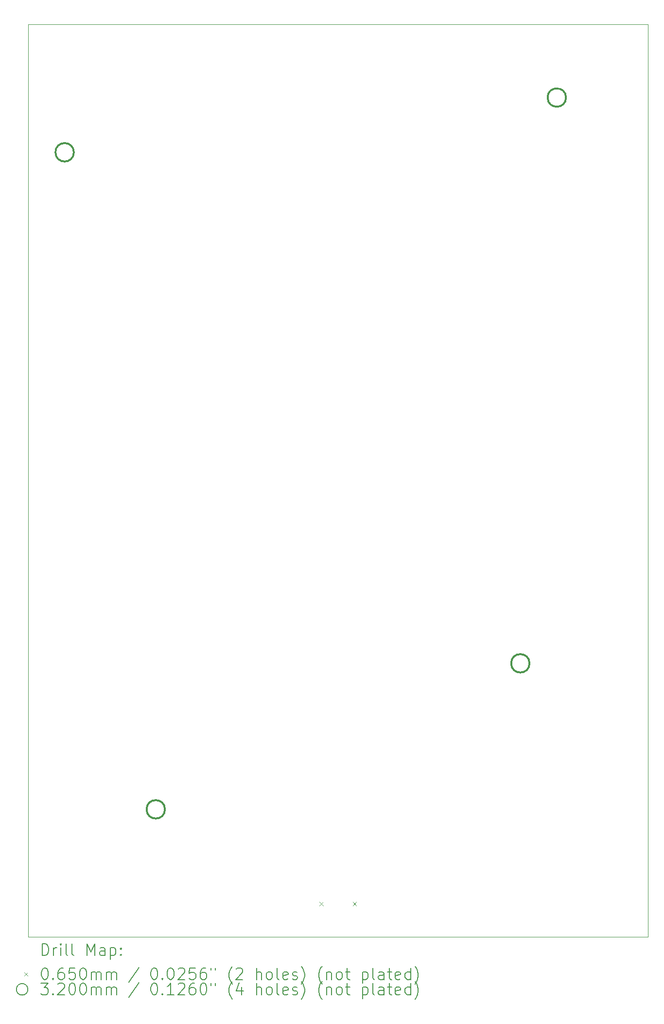
<source format=gbr>
%TF.GenerationSoftware,KiCad,Pcbnew,7.0.1*%
%TF.CreationDate,2024-01-01T11:36:50+00:00*%
%TF.ProjectId,gk,676b2e6b-6963-4616-945f-706362585858,rev?*%
%TF.SameCoordinates,Original*%
%TF.FileFunction,Drillmap*%
%TF.FilePolarity,Positive*%
%FSLAX45Y45*%
G04 Gerber Fmt 4.5, Leading zero omitted, Abs format (unit mm)*
G04 Created by KiCad (PCBNEW 7.0.1) date 2024-01-01 11:36:50*
%MOMM*%
%LPD*%
G01*
G04 APERTURE LIST*
%ADD10C,0.100000*%
%ADD11C,0.200000*%
%ADD12C,0.065000*%
%ADD13C,0.320000*%
G04 APERTURE END LIST*
D10*
X4445000Y-1905000D02*
X15240000Y-1905000D01*
X15240000Y-17780000D01*
X4445000Y-17780000D01*
X4445000Y-1905000D01*
D11*
D12*
X9521000Y-17170000D02*
X9586000Y-17235000D01*
X9586000Y-17170000D02*
X9521000Y-17235000D01*
X10099000Y-17170000D02*
X10164000Y-17235000D01*
X10164000Y-17170000D02*
X10099000Y-17235000D01*
D13*
X5240000Y-4127500D02*
G75*
G03*
X5240000Y-4127500I-160000J0D01*
G01*
X6827500Y-15557500D02*
G75*
G03*
X6827500Y-15557500I-160000J0D01*
G01*
X13177500Y-13017500D02*
G75*
G03*
X13177500Y-13017500I-160000J0D01*
G01*
X13812500Y-3175000D02*
G75*
G03*
X13812500Y-3175000I-160000J0D01*
G01*
D11*
X4687619Y-18097524D02*
X4687619Y-17897524D01*
X4687619Y-17897524D02*
X4735238Y-17897524D01*
X4735238Y-17897524D02*
X4763810Y-17907048D01*
X4763810Y-17907048D02*
X4782857Y-17926095D01*
X4782857Y-17926095D02*
X4792381Y-17945143D01*
X4792381Y-17945143D02*
X4801905Y-17983238D01*
X4801905Y-17983238D02*
X4801905Y-18011810D01*
X4801905Y-18011810D02*
X4792381Y-18049905D01*
X4792381Y-18049905D02*
X4782857Y-18068952D01*
X4782857Y-18068952D02*
X4763810Y-18088000D01*
X4763810Y-18088000D02*
X4735238Y-18097524D01*
X4735238Y-18097524D02*
X4687619Y-18097524D01*
X4887619Y-18097524D02*
X4887619Y-17964190D01*
X4887619Y-18002286D02*
X4897143Y-17983238D01*
X4897143Y-17983238D02*
X4906667Y-17973714D01*
X4906667Y-17973714D02*
X4925714Y-17964190D01*
X4925714Y-17964190D02*
X4944762Y-17964190D01*
X5011429Y-18097524D02*
X5011429Y-17964190D01*
X5011429Y-17897524D02*
X5001905Y-17907048D01*
X5001905Y-17907048D02*
X5011429Y-17916571D01*
X5011429Y-17916571D02*
X5020952Y-17907048D01*
X5020952Y-17907048D02*
X5011429Y-17897524D01*
X5011429Y-17897524D02*
X5011429Y-17916571D01*
X5135238Y-18097524D02*
X5116190Y-18088000D01*
X5116190Y-18088000D02*
X5106667Y-18068952D01*
X5106667Y-18068952D02*
X5106667Y-17897524D01*
X5240000Y-18097524D02*
X5220952Y-18088000D01*
X5220952Y-18088000D02*
X5211429Y-18068952D01*
X5211429Y-18068952D02*
X5211429Y-17897524D01*
X5468571Y-18097524D02*
X5468571Y-17897524D01*
X5468571Y-17897524D02*
X5535238Y-18040381D01*
X5535238Y-18040381D02*
X5601905Y-17897524D01*
X5601905Y-17897524D02*
X5601905Y-18097524D01*
X5782857Y-18097524D02*
X5782857Y-17992762D01*
X5782857Y-17992762D02*
X5773333Y-17973714D01*
X5773333Y-17973714D02*
X5754286Y-17964190D01*
X5754286Y-17964190D02*
X5716190Y-17964190D01*
X5716190Y-17964190D02*
X5697143Y-17973714D01*
X5782857Y-18088000D02*
X5763809Y-18097524D01*
X5763809Y-18097524D02*
X5716190Y-18097524D01*
X5716190Y-18097524D02*
X5697143Y-18088000D01*
X5697143Y-18088000D02*
X5687619Y-18068952D01*
X5687619Y-18068952D02*
X5687619Y-18049905D01*
X5687619Y-18049905D02*
X5697143Y-18030857D01*
X5697143Y-18030857D02*
X5716190Y-18021333D01*
X5716190Y-18021333D02*
X5763809Y-18021333D01*
X5763809Y-18021333D02*
X5782857Y-18011810D01*
X5878095Y-17964190D02*
X5878095Y-18164190D01*
X5878095Y-17973714D02*
X5897143Y-17964190D01*
X5897143Y-17964190D02*
X5935238Y-17964190D01*
X5935238Y-17964190D02*
X5954286Y-17973714D01*
X5954286Y-17973714D02*
X5963809Y-17983238D01*
X5963809Y-17983238D02*
X5973333Y-18002286D01*
X5973333Y-18002286D02*
X5973333Y-18059429D01*
X5973333Y-18059429D02*
X5963809Y-18078476D01*
X5963809Y-18078476D02*
X5954286Y-18088000D01*
X5954286Y-18088000D02*
X5935238Y-18097524D01*
X5935238Y-18097524D02*
X5897143Y-18097524D01*
X5897143Y-18097524D02*
X5878095Y-18088000D01*
X6059048Y-18078476D02*
X6068571Y-18088000D01*
X6068571Y-18088000D02*
X6059048Y-18097524D01*
X6059048Y-18097524D02*
X6049524Y-18088000D01*
X6049524Y-18088000D02*
X6059048Y-18078476D01*
X6059048Y-18078476D02*
X6059048Y-18097524D01*
X6059048Y-17973714D02*
X6068571Y-17983238D01*
X6068571Y-17983238D02*
X6059048Y-17992762D01*
X6059048Y-17992762D02*
X6049524Y-17983238D01*
X6049524Y-17983238D02*
X6059048Y-17973714D01*
X6059048Y-17973714D02*
X6059048Y-17992762D01*
D12*
X4375000Y-18392500D02*
X4440000Y-18457500D01*
X4440000Y-18392500D02*
X4375000Y-18457500D01*
D11*
X4725714Y-18317524D02*
X4744762Y-18317524D01*
X4744762Y-18317524D02*
X4763810Y-18327048D01*
X4763810Y-18327048D02*
X4773333Y-18336571D01*
X4773333Y-18336571D02*
X4782857Y-18355619D01*
X4782857Y-18355619D02*
X4792381Y-18393714D01*
X4792381Y-18393714D02*
X4792381Y-18441333D01*
X4792381Y-18441333D02*
X4782857Y-18479429D01*
X4782857Y-18479429D02*
X4773333Y-18498476D01*
X4773333Y-18498476D02*
X4763810Y-18508000D01*
X4763810Y-18508000D02*
X4744762Y-18517524D01*
X4744762Y-18517524D02*
X4725714Y-18517524D01*
X4725714Y-18517524D02*
X4706667Y-18508000D01*
X4706667Y-18508000D02*
X4697143Y-18498476D01*
X4697143Y-18498476D02*
X4687619Y-18479429D01*
X4687619Y-18479429D02*
X4678095Y-18441333D01*
X4678095Y-18441333D02*
X4678095Y-18393714D01*
X4678095Y-18393714D02*
X4687619Y-18355619D01*
X4687619Y-18355619D02*
X4697143Y-18336571D01*
X4697143Y-18336571D02*
X4706667Y-18327048D01*
X4706667Y-18327048D02*
X4725714Y-18317524D01*
X4878095Y-18498476D02*
X4887619Y-18508000D01*
X4887619Y-18508000D02*
X4878095Y-18517524D01*
X4878095Y-18517524D02*
X4868571Y-18508000D01*
X4868571Y-18508000D02*
X4878095Y-18498476D01*
X4878095Y-18498476D02*
X4878095Y-18517524D01*
X5059048Y-18317524D02*
X5020952Y-18317524D01*
X5020952Y-18317524D02*
X5001905Y-18327048D01*
X5001905Y-18327048D02*
X4992381Y-18336571D01*
X4992381Y-18336571D02*
X4973333Y-18365143D01*
X4973333Y-18365143D02*
X4963810Y-18403238D01*
X4963810Y-18403238D02*
X4963810Y-18479429D01*
X4963810Y-18479429D02*
X4973333Y-18498476D01*
X4973333Y-18498476D02*
X4982857Y-18508000D01*
X4982857Y-18508000D02*
X5001905Y-18517524D01*
X5001905Y-18517524D02*
X5040000Y-18517524D01*
X5040000Y-18517524D02*
X5059048Y-18508000D01*
X5059048Y-18508000D02*
X5068571Y-18498476D01*
X5068571Y-18498476D02*
X5078095Y-18479429D01*
X5078095Y-18479429D02*
X5078095Y-18431810D01*
X5078095Y-18431810D02*
X5068571Y-18412762D01*
X5068571Y-18412762D02*
X5059048Y-18403238D01*
X5059048Y-18403238D02*
X5040000Y-18393714D01*
X5040000Y-18393714D02*
X5001905Y-18393714D01*
X5001905Y-18393714D02*
X4982857Y-18403238D01*
X4982857Y-18403238D02*
X4973333Y-18412762D01*
X4973333Y-18412762D02*
X4963810Y-18431810D01*
X5259048Y-18317524D02*
X5163810Y-18317524D01*
X5163810Y-18317524D02*
X5154286Y-18412762D01*
X5154286Y-18412762D02*
X5163810Y-18403238D01*
X5163810Y-18403238D02*
X5182857Y-18393714D01*
X5182857Y-18393714D02*
X5230476Y-18393714D01*
X5230476Y-18393714D02*
X5249524Y-18403238D01*
X5249524Y-18403238D02*
X5259048Y-18412762D01*
X5259048Y-18412762D02*
X5268571Y-18431810D01*
X5268571Y-18431810D02*
X5268571Y-18479429D01*
X5268571Y-18479429D02*
X5259048Y-18498476D01*
X5259048Y-18498476D02*
X5249524Y-18508000D01*
X5249524Y-18508000D02*
X5230476Y-18517524D01*
X5230476Y-18517524D02*
X5182857Y-18517524D01*
X5182857Y-18517524D02*
X5163810Y-18508000D01*
X5163810Y-18508000D02*
X5154286Y-18498476D01*
X5392381Y-18317524D02*
X5411429Y-18317524D01*
X5411429Y-18317524D02*
X5430476Y-18327048D01*
X5430476Y-18327048D02*
X5440000Y-18336571D01*
X5440000Y-18336571D02*
X5449524Y-18355619D01*
X5449524Y-18355619D02*
X5459048Y-18393714D01*
X5459048Y-18393714D02*
X5459048Y-18441333D01*
X5459048Y-18441333D02*
X5449524Y-18479429D01*
X5449524Y-18479429D02*
X5440000Y-18498476D01*
X5440000Y-18498476D02*
X5430476Y-18508000D01*
X5430476Y-18508000D02*
X5411429Y-18517524D01*
X5411429Y-18517524D02*
X5392381Y-18517524D01*
X5392381Y-18517524D02*
X5373333Y-18508000D01*
X5373333Y-18508000D02*
X5363810Y-18498476D01*
X5363810Y-18498476D02*
X5354286Y-18479429D01*
X5354286Y-18479429D02*
X5344762Y-18441333D01*
X5344762Y-18441333D02*
X5344762Y-18393714D01*
X5344762Y-18393714D02*
X5354286Y-18355619D01*
X5354286Y-18355619D02*
X5363810Y-18336571D01*
X5363810Y-18336571D02*
X5373333Y-18327048D01*
X5373333Y-18327048D02*
X5392381Y-18317524D01*
X5544762Y-18517524D02*
X5544762Y-18384190D01*
X5544762Y-18403238D02*
X5554286Y-18393714D01*
X5554286Y-18393714D02*
X5573333Y-18384190D01*
X5573333Y-18384190D02*
X5601905Y-18384190D01*
X5601905Y-18384190D02*
X5620952Y-18393714D01*
X5620952Y-18393714D02*
X5630476Y-18412762D01*
X5630476Y-18412762D02*
X5630476Y-18517524D01*
X5630476Y-18412762D02*
X5640000Y-18393714D01*
X5640000Y-18393714D02*
X5659048Y-18384190D01*
X5659048Y-18384190D02*
X5687619Y-18384190D01*
X5687619Y-18384190D02*
X5706667Y-18393714D01*
X5706667Y-18393714D02*
X5716190Y-18412762D01*
X5716190Y-18412762D02*
X5716190Y-18517524D01*
X5811429Y-18517524D02*
X5811429Y-18384190D01*
X5811429Y-18403238D02*
X5820952Y-18393714D01*
X5820952Y-18393714D02*
X5840000Y-18384190D01*
X5840000Y-18384190D02*
X5868571Y-18384190D01*
X5868571Y-18384190D02*
X5887619Y-18393714D01*
X5887619Y-18393714D02*
X5897143Y-18412762D01*
X5897143Y-18412762D02*
X5897143Y-18517524D01*
X5897143Y-18412762D02*
X5906667Y-18393714D01*
X5906667Y-18393714D02*
X5925714Y-18384190D01*
X5925714Y-18384190D02*
X5954286Y-18384190D01*
X5954286Y-18384190D02*
X5973333Y-18393714D01*
X5973333Y-18393714D02*
X5982857Y-18412762D01*
X5982857Y-18412762D02*
X5982857Y-18517524D01*
X6373333Y-18308000D02*
X6201905Y-18565143D01*
X6630476Y-18317524D02*
X6649524Y-18317524D01*
X6649524Y-18317524D02*
X6668572Y-18327048D01*
X6668572Y-18327048D02*
X6678095Y-18336571D01*
X6678095Y-18336571D02*
X6687619Y-18355619D01*
X6687619Y-18355619D02*
X6697143Y-18393714D01*
X6697143Y-18393714D02*
X6697143Y-18441333D01*
X6697143Y-18441333D02*
X6687619Y-18479429D01*
X6687619Y-18479429D02*
X6678095Y-18498476D01*
X6678095Y-18498476D02*
X6668572Y-18508000D01*
X6668572Y-18508000D02*
X6649524Y-18517524D01*
X6649524Y-18517524D02*
X6630476Y-18517524D01*
X6630476Y-18517524D02*
X6611429Y-18508000D01*
X6611429Y-18508000D02*
X6601905Y-18498476D01*
X6601905Y-18498476D02*
X6592381Y-18479429D01*
X6592381Y-18479429D02*
X6582857Y-18441333D01*
X6582857Y-18441333D02*
X6582857Y-18393714D01*
X6582857Y-18393714D02*
X6592381Y-18355619D01*
X6592381Y-18355619D02*
X6601905Y-18336571D01*
X6601905Y-18336571D02*
X6611429Y-18327048D01*
X6611429Y-18327048D02*
X6630476Y-18317524D01*
X6782857Y-18498476D02*
X6792381Y-18508000D01*
X6792381Y-18508000D02*
X6782857Y-18517524D01*
X6782857Y-18517524D02*
X6773333Y-18508000D01*
X6773333Y-18508000D02*
X6782857Y-18498476D01*
X6782857Y-18498476D02*
X6782857Y-18517524D01*
X6916191Y-18317524D02*
X6935238Y-18317524D01*
X6935238Y-18317524D02*
X6954286Y-18327048D01*
X6954286Y-18327048D02*
X6963810Y-18336571D01*
X6963810Y-18336571D02*
X6973333Y-18355619D01*
X6973333Y-18355619D02*
X6982857Y-18393714D01*
X6982857Y-18393714D02*
X6982857Y-18441333D01*
X6982857Y-18441333D02*
X6973333Y-18479429D01*
X6973333Y-18479429D02*
X6963810Y-18498476D01*
X6963810Y-18498476D02*
X6954286Y-18508000D01*
X6954286Y-18508000D02*
X6935238Y-18517524D01*
X6935238Y-18517524D02*
X6916191Y-18517524D01*
X6916191Y-18517524D02*
X6897143Y-18508000D01*
X6897143Y-18508000D02*
X6887619Y-18498476D01*
X6887619Y-18498476D02*
X6878095Y-18479429D01*
X6878095Y-18479429D02*
X6868572Y-18441333D01*
X6868572Y-18441333D02*
X6868572Y-18393714D01*
X6868572Y-18393714D02*
X6878095Y-18355619D01*
X6878095Y-18355619D02*
X6887619Y-18336571D01*
X6887619Y-18336571D02*
X6897143Y-18327048D01*
X6897143Y-18327048D02*
X6916191Y-18317524D01*
X7059048Y-18336571D02*
X7068572Y-18327048D01*
X7068572Y-18327048D02*
X7087619Y-18317524D01*
X7087619Y-18317524D02*
X7135238Y-18317524D01*
X7135238Y-18317524D02*
X7154286Y-18327048D01*
X7154286Y-18327048D02*
X7163810Y-18336571D01*
X7163810Y-18336571D02*
X7173333Y-18355619D01*
X7173333Y-18355619D02*
X7173333Y-18374667D01*
X7173333Y-18374667D02*
X7163810Y-18403238D01*
X7163810Y-18403238D02*
X7049524Y-18517524D01*
X7049524Y-18517524D02*
X7173333Y-18517524D01*
X7354286Y-18317524D02*
X7259048Y-18317524D01*
X7259048Y-18317524D02*
X7249524Y-18412762D01*
X7249524Y-18412762D02*
X7259048Y-18403238D01*
X7259048Y-18403238D02*
X7278095Y-18393714D01*
X7278095Y-18393714D02*
X7325714Y-18393714D01*
X7325714Y-18393714D02*
X7344762Y-18403238D01*
X7344762Y-18403238D02*
X7354286Y-18412762D01*
X7354286Y-18412762D02*
X7363810Y-18431810D01*
X7363810Y-18431810D02*
X7363810Y-18479429D01*
X7363810Y-18479429D02*
X7354286Y-18498476D01*
X7354286Y-18498476D02*
X7344762Y-18508000D01*
X7344762Y-18508000D02*
X7325714Y-18517524D01*
X7325714Y-18517524D02*
X7278095Y-18517524D01*
X7278095Y-18517524D02*
X7259048Y-18508000D01*
X7259048Y-18508000D02*
X7249524Y-18498476D01*
X7535238Y-18317524D02*
X7497143Y-18317524D01*
X7497143Y-18317524D02*
X7478095Y-18327048D01*
X7478095Y-18327048D02*
X7468572Y-18336571D01*
X7468572Y-18336571D02*
X7449524Y-18365143D01*
X7449524Y-18365143D02*
X7440000Y-18403238D01*
X7440000Y-18403238D02*
X7440000Y-18479429D01*
X7440000Y-18479429D02*
X7449524Y-18498476D01*
X7449524Y-18498476D02*
X7459048Y-18508000D01*
X7459048Y-18508000D02*
X7478095Y-18517524D01*
X7478095Y-18517524D02*
X7516191Y-18517524D01*
X7516191Y-18517524D02*
X7535238Y-18508000D01*
X7535238Y-18508000D02*
X7544762Y-18498476D01*
X7544762Y-18498476D02*
X7554286Y-18479429D01*
X7554286Y-18479429D02*
X7554286Y-18431810D01*
X7554286Y-18431810D02*
X7544762Y-18412762D01*
X7544762Y-18412762D02*
X7535238Y-18403238D01*
X7535238Y-18403238D02*
X7516191Y-18393714D01*
X7516191Y-18393714D02*
X7478095Y-18393714D01*
X7478095Y-18393714D02*
X7459048Y-18403238D01*
X7459048Y-18403238D02*
X7449524Y-18412762D01*
X7449524Y-18412762D02*
X7440000Y-18431810D01*
X7630476Y-18317524D02*
X7630476Y-18355619D01*
X7706667Y-18317524D02*
X7706667Y-18355619D01*
X8001905Y-18593714D02*
X7992381Y-18584190D01*
X7992381Y-18584190D02*
X7973334Y-18555619D01*
X7973334Y-18555619D02*
X7963810Y-18536571D01*
X7963810Y-18536571D02*
X7954286Y-18508000D01*
X7954286Y-18508000D02*
X7944762Y-18460381D01*
X7944762Y-18460381D02*
X7944762Y-18422286D01*
X7944762Y-18422286D02*
X7954286Y-18374667D01*
X7954286Y-18374667D02*
X7963810Y-18346095D01*
X7963810Y-18346095D02*
X7973334Y-18327048D01*
X7973334Y-18327048D02*
X7992381Y-18298476D01*
X7992381Y-18298476D02*
X8001905Y-18288952D01*
X8068572Y-18336571D02*
X8078095Y-18327048D01*
X8078095Y-18327048D02*
X8097143Y-18317524D01*
X8097143Y-18317524D02*
X8144762Y-18317524D01*
X8144762Y-18317524D02*
X8163810Y-18327048D01*
X8163810Y-18327048D02*
X8173334Y-18336571D01*
X8173334Y-18336571D02*
X8182857Y-18355619D01*
X8182857Y-18355619D02*
X8182857Y-18374667D01*
X8182857Y-18374667D02*
X8173334Y-18403238D01*
X8173334Y-18403238D02*
X8059048Y-18517524D01*
X8059048Y-18517524D02*
X8182857Y-18517524D01*
X8420953Y-18517524D02*
X8420953Y-18317524D01*
X8506667Y-18517524D02*
X8506667Y-18412762D01*
X8506667Y-18412762D02*
X8497143Y-18393714D01*
X8497143Y-18393714D02*
X8478096Y-18384190D01*
X8478096Y-18384190D02*
X8449524Y-18384190D01*
X8449524Y-18384190D02*
X8430477Y-18393714D01*
X8430477Y-18393714D02*
X8420953Y-18403238D01*
X8630477Y-18517524D02*
X8611429Y-18508000D01*
X8611429Y-18508000D02*
X8601905Y-18498476D01*
X8601905Y-18498476D02*
X8592381Y-18479429D01*
X8592381Y-18479429D02*
X8592381Y-18422286D01*
X8592381Y-18422286D02*
X8601905Y-18403238D01*
X8601905Y-18403238D02*
X8611429Y-18393714D01*
X8611429Y-18393714D02*
X8630477Y-18384190D01*
X8630477Y-18384190D02*
X8659048Y-18384190D01*
X8659048Y-18384190D02*
X8678096Y-18393714D01*
X8678096Y-18393714D02*
X8687619Y-18403238D01*
X8687619Y-18403238D02*
X8697143Y-18422286D01*
X8697143Y-18422286D02*
X8697143Y-18479429D01*
X8697143Y-18479429D02*
X8687619Y-18498476D01*
X8687619Y-18498476D02*
X8678096Y-18508000D01*
X8678096Y-18508000D02*
X8659048Y-18517524D01*
X8659048Y-18517524D02*
X8630477Y-18517524D01*
X8811429Y-18517524D02*
X8792381Y-18508000D01*
X8792381Y-18508000D02*
X8782858Y-18488952D01*
X8782858Y-18488952D02*
X8782858Y-18317524D01*
X8963810Y-18508000D02*
X8944762Y-18517524D01*
X8944762Y-18517524D02*
X8906667Y-18517524D01*
X8906667Y-18517524D02*
X8887619Y-18508000D01*
X8887619Y-18508000D02*
X8878096Y-18488952D01*
X8878096Y-18488952D02*
X8878096Y-18412762D01*
X8878096Y-18412762D02*
X8887619Y-18393714D01*
X8887619Y-18393714D02*
X8906667Y-18384190D01*
X8906667Y-18384190D02*
X8944762Y-18384190D01*
X8944762Y-18384190D02*
X8963810Y-18393714D01*
X8963810Y-18393714D02*
X8973334Y-18412762D01*
X8973334Y-18412762D02*
X8973334Y-18431810D01*
X8973334Y-18431810D02*
X8878096Y-18450857D01*
X9049524Y-18508000D02*
X9068572Y-18517524D01*
X9068572Y-18517524D02*
X9106667Y-18517524D01*
X9106667Y-18517524D02*
X9125715Y-18508000D01*
X9125715Y-18508000D02*
X9135239Y-18488952D01*
X9135239Y-18488952D02*
X9135239Y-18479429D01*
X9135239Y-18479429D02*
X9125715Y-18460381D01*
X9125715Y-18460381D02*
X9106667Y-18450857D01*
X9106667Y-18450857D02*
X9078096Y-18450857D01*
X9078096Y-18450857D02*
X9059048Y-18441333D01*
X9059048Y-18441333D02*
X9049524Y-18422286D01*
X9049524Y-18422286D02*
X9049524Y-18412762D01*
X9049524Y-18412762D02*
X9059048Y-18393714D01*
X9059048Y-18393714D02*
X9078096Y-18384190D01*
X9078096Y-18384190D02*
X9106667Y-18384190D01*
X9106667Y-18384190D02*
X9125715Y-18393714D01*
X9201905Y-18593714D02*
X9211429Y-18584190D01*
X9211429Y-18584190D02*
X9230477Y-18555619D01*
X9230477Y-18555619D02*
X9240000Y-18536571D01*
X9240000Y-18536571D02*
X9249524Y-18508000D01*
X9249524Y-18508000D02*
X9259048Y-18460381D01*
X9259048Y-18460381D02*
X9259048Y-18422286D01*
X9259048Y-18422286D02*
X9249524Y-18374667D01*
X9249524Y-18374667D02*
X9240000Y-18346095D01*
X9240000Y-18346095D02*
X9230477Y-18327048D01*
X9230477Y-18327048D02*
X9211429Y-18298476D01*
X9211429Y-18298476D02*
X9201905Y-18288952D01*
X9563810Y-18593714D02*
X9554286Y-18584190D01*
X9554286Y-18584190D02*
X9535239Y-18555619D01*
X9535239Y-18555619D02*
X9525715Y-18536571D01*
X9525715Y-18536571D02*
X9516191Y-18508000D01*
X9516191Y-18508000D02*
X9506667Y-18460381D01*
X9506667Y-18460381D02*
X9506667Y-18422286D01*
X9506667Y-18422286D02*
X9516191Y-18374667D01*
X9516191Y-18374667D02*
X9525715Y-18346095D01*
X9525715Y-18346095D02*
X9535239Y-18327048D01*
X9535239Y-18327048D02*
X9554286Y-18298476D01*
X9554286Y-18298476D02*
X9563810Y-18288952D01*
X9640000Y-18384190D02*
X9640000Y-18517524D01*
X9640000Y-18403238D02*
X9649524Y-18393714D01*
X9649524Y-18393714D02*
X9668572Y-18384190D01*
X9668572Y-18384190D02*
X9697143Y-18384190D01*
X9697143Y-18384190D02*
X9716191Y-18393714D01*
X9716191Y-18393714D02*
X9725715Y-18412762D01*
X9725715Y-18412762D02*
X9725715Y-18517524D01*
X9849524Y-18517524D02*
X9830477Y-18508000D01*
X9830477Y-18508000D02*
X9820953Y-18498476D01*
X9820953Y-18498476D02*
X9811429Y-18479429D01*
X9811429Y-18479429D02*
X9811429Y-18422286D01*
X9811429Y-18422286D02*
X9820953Y-18403238D01*
X9820953Y-18403238D02*
X9830477Y-18393714D01*
X9830477Y-18393714D02*
X9849524Y-18384190D01*
X9849524Y-18384190D02*
X9878096Y-18384190D01*
X9878096Y-18384190D02*
X9897143Y-18393714D01*
X9897143Y-18393714D02*
X9906667Y-18403238D01*
X9906667Y-18403238D02*
X9916191Y-18422286D01*
X9916191Y-18422286D02*
X9916191Y-18479429D01*
X9916191Y-18479429D02*
X9906667Y-18498476D01*
X9906667Y-18498476D02*
X9897143Y-18508000D01*
X9897143Y-18508000D02*
X9878096Y-18517524D01*
X9878096Y-18517524D02*
X9849524Y-18517524D01*
X9973334Y-18384190D02*
X10049524Y-18384190D01*
X10001905Y-18317524D02*
X10001905Y-18488952D01*
X10001905Y-18488952D02*
X10011429Y-18508000D01*
X10011429Y-18508000D02*
X10030477Y-18517524D01*
X10030477Y-18517524D02*
X10049524Y-18517524D01*
X10268572Y-18384190D02*
X10268572Y-18584190D01*
X10268572Y-18393714D02*
X10287620Y-18384190D01*
X10287620Y-18384190D02*
X10325715Y-18384190D01*
X10325715Y-18384190D02*
X10344762Y-18393714D01*
X10344762Y-18393714D02*
X10354286Y-18403238D01*
X10354286Y-18403238D02*
X10363810Y-18422286D01*
X10363810Y-18422286D02*
X10363810Y-18479429D01*
X10363810Y-18479429D02*
X10354286Y-18498476D01*
X10354286Y-18498476D02*
X10344762Y-18508000D01*
X10344762Y-18508000D02*
X10325715Y-18517524D01*
X10325715Y-18517524D02*
X10287620Y-18517524D01*
X10287620Y-18517524D02*
X10268572Y-18508000D01*
X10478096Y-18517524D02*
X10459048Y-18508000D01*
X10459048Y-18508000D02*
X10449524Y-18488952D01*
X10449524Y-18488952D02*
X10449524Y-18317524D01*
X10640001Y-18517524D02*
X10640001Y-18412762D01*
X10640001Y-18412762D02*
X10630477Y-18393714D01*
X10630477Y-18393714D02*
X10611429Y-18384190D01*
X10611429Y-18384190D02*
X10573334Y-18384190D01*
X10573334Y-18384190D02*
X10554286Y-18393714D01*
X10640001Y-18508000D02*
X10620953Y-18517524D01*
X10620953Y-18517524D02*
X10573334Y-18517524D01*
X10573334Y-18517524D02*
X10554286Y-18508000D01*
X10554286Y-18508000D02*
X10544762Y-18488952D01*
X10544762Y-18488952D02*
X10544762Y-18469905D01*
X10544762Y-18469905D02*
X10554286Y-18450857D01*
X10554286Y-18450857D02*
X10573334Y-18441333D01*
X10573334Y-18441333D02*
X10620953Y-18441333D01*
X10620953Y-18441333D02*
X10640001Y-18431810D01*
X10706667Y-18384190D02*
X10782858Y-18384190D01*
X10735239Y-18317524D02*
X10735239Y-18488952D01*
X10735239Y-18488952D02*
X10744762Y-18508000D01*
X10744762Y-18508000D02*
X10763810Y-18517524D01*
X10763810Y-18517524D02*
X10782858Y-18517524D01*
X10925715Y-18508000D02*
X10906667Y-18517524D01*
X10906667Y-18517524D02*
X10868572Y-18517524D01*
X10868572Y-18517524D02*
X10849524Y-18508000D01*
X10849524Y-18508000D02*
X10840001Y-18488952D01*
X10840001Y-18488952D02*
X10840001Y-18412762D01*
X10840001Y-18412762D02*
X10849524Y-18393714D01*
X10849524Y-18393714D02*
X10868572Y-18384190D01*
X10868572Y-18384190D02*
X10906667Y-18384190D01*
X10906667Y-18384190D02*
X10925715Y-18393714D01*
X10925715Y-18393714D02*
X10935239Y-18412762D01*
X10935239Y-18412762D02*
X10935239Y-18431810D01*
X10935239Y-18431810D02*
X10840001Y-18450857D01*
X11106667Y-18517524D02*
X11106667Y-18317524D01*
X11106667Y-18508000D02*
X11087620Y-18517524D01*
X11087620Y-18517524D02*
X11049524Y-18517524D01*
X11049524Y-18517524D02*
X11030477Y-18508000D01*
X11030477Y-18508000D02*
X11020953Y-18498476D01*
X11020953Y-18498476D02*
X11011429Y-18479429D01*
X11011429Y-18479429D02*
X11011429Y-18422286D01*
X11011429Y-18422286D02*
X11020953Y-18403238D01*
X11020953Y-18403238D02*
X11030477Y-18393714D01*
X11030477Y-18393714D02*
X11049524Y-18384190D01*
X11049524Y-18384190D02*
X11087620Y-18384190D01*
X11087620Y-18384190D02*
X11106667Y-18393714D01*
X11182858Y-18593714D02*
X11192381Y-18584190D01*
X11192381Y-18584190D02*
X11211429Y-18555619D01*
X11211429Y-18555619D02*
X11220953Y-18536571D01*
X11220953Y-18536571D02*
X11230477Y-18508000D01*
X11230477Y-18508000D02*
X11240000Y-18460381D01*
X11240000Y-18460381D02*
X11240000Y-18422286D01*
X11240000Y-18422286D02*
X11230477Y-18374667D01*
X11230477Y-18374667D02*
X11220953Y-18346095D01*
X11220953Y-18346095D02*
X11211429Y-18327048D01*
X11211429Y-18327048D02*
X11192381Y-18298476D01*
X11192381Y-18298476D02*
X11182858Y-18288952D01*
X4440000Y-18689000D02*
G75*
G03*
X4440000Y-18689000I-100000J0D01*
G01*
X4668571Y-18581524D02*
X4792381Y-18581524D01*
X4792381Y-18581524D02*
X4725714Y-18657714D01*
X4725714Y-18657714D02*
X4754286Y-18657714D01*
X4754286Y-18657714D02*
X4773333Y-18667238D01*
X4773333Y-18667238D02*
X4782857Y-18676762D01*
X4782857Y-18676762D02*
X4792381Y-18695810D01*
X4792381Y-18695810D02*
X4792381Y-18743429D01*
X4792381Y-18743429D02*
X4782857Y-18762476D01*
X4782857Y-18762476D02*
X4773333Y-18772000D01*
X4773333Y-18772000D02*
X4754286Y-18781524D01*
X4754286Y-18781524D02*
X4697143Y-18781524D01*
X4697143Y-18781524D02*
X4678095Y-18772000D01*
X4678095Y-18772000D02*
X4668571Y-18762476D01*
X4878095Y-18762476D02*
X4887619Y-18772000D01*
X4887619Y-18772000D02*
X4878095Y-18781524D01*
X4878095Y-18781524D02*
X4868571Y-18772000D01*
X4868571Y-18772000D02*
X4878095Y-18762476D01*
X4878095Y-18762476D02*
X4878095Y-18781524D01*
X4963810Y-18600571D02*
X4973333Y-18591048D01*
X4973333Y-18591048D02*
X4992381Y-18581524D01*
X4992381Y-18581524D02*
X5040000Y-18581524D01*
X5040000Y-18581524D02*
X5059048Y-18591048D01*
X5059048Y-18591048D02*
X5068571Y-18600571D01*
X5068571Y-18600571D02*
X5078095Y-18619619D01*
X5078095Y-18619619D02*
X5078095Y-18638667D01*
X5078095Y-18638667D02*
X5068571Y-18667238D01*
X5068571Y-18667238D02*
X4954286Y-18781524D01*
X4954286Y-18781524D02*
X5078095Y-18781524D01*
X5201905Y-18581524D02*
X5220952Y-18581524D01*
X5220952Y-18581524D02*
X5240000Y-18591048D01*
X5240000Y-18591048D02*
X5249524Y-18600571D01*
X5249524Y-18600571D02*
X5259048Y-18619619D01*
X5259048Y-18619619D02*
X5268571Y-18657714D01*
X5268571Y-18657714D02*
X5268571Y-18705333D01*
X5268571Y-18705333D02*
X5259048Y-18743429D01*
X5259048Y-18743429D02*
X5249524Y-18762476D01*
X5249524Y-18762476D02*
X5240000Y-18772000D01*
X5240000Y-18772000D02*
X5220952Y-18781524D01*
X5220952Y-18781524D02*
X5201905Y-18781524D01*
X5201905Y-18781524D02*
X5182857Y-18772000D01*
X5182857Y-18772000D02*
X5173333Y-18762476D01*
X5173333Y-18762476D02*
X5163810Y-18743429D01*
X5163810Y-18743429D02*
X5154286Y-18705333D01*
X5154286Y-18705333D02*
X5154286Y-18657714D01*
X5154286Y-18657714D02*
X5163810Y-18619619D01*
X5163810Y-18619619D02*
X5173333Y-18600571D01*
X5173333Y-18600571D02*
X5182857Y-18591048D01*
X5182857Y-18591048D02*
X5201905Y-18581524D01*
X5392381Y-18581524D02*
X5411429Y-18581524D01*
X5411429Y-18581524D02*
X5430476Y-18591048D01*
X5430476Y-18591048D02*
X5440000Y-18600571D01*
X5440000Y-18600571D02*
X5449524Y-18619619D01*
X5449524Y-18619619D02*
X5459048Y-18657714D01*
X5459048Y-18657714D02*
X5459048Y-18705333D01*
X5459048Y-18705333D02*
X5449524Y-18743429D01*
X5449524Y-18743429D02*
X5440000Y-18762476D01*
X5440000Y-18762476D02*
X5430476Y-18772000D01*
X5430476Y-18772000D02*
X5411429Y-18781524D01*
X5411429Y-18781524D02*
X5392381Y-18781524D01*
X5392381Y-18781524D02*
X5373333Y-18772000D01*
X5373333Y-18772000D02*
X5363810Y-18762476D01*
X5363810Y-18762476D02*
X5354286Y-18743429D01*
X5354286Y-18743429D02*
X5344762Y-18705333D01*
X5344762Y-18705333D02*
X5344762Y-18657714D01*
X5344762Y-18657714D02*
X5354286Y-18619619D01*
X5354286Y-18619619D02*
X5363810Y-18600571D01*
X5363810Y-18600571D02*
X5373333Y-18591048D01*
X5373333Y-18591048D02*
X5392381Y-18581524D01*
X5544762Y-18781524D02*
X5544762Y-18648190D01*
X5544762Y-18667238D02*
X5554286Y-18657714D01*
X5554286Y-18657714D02*
X5573333Y-18648190D01*
X5573333Y-18648190D02*
X5601905Y-18648190D01*
X5601905Y-18648190D02*
X5620952Y-18657714D01*
X5620952Y-18657714D02*
X5630476Y-18676762D01*
X5630476Y-18676762D02*
X5630476Y-18781524D01*
X5630476Y-18676762D02*
X5640000Y-18657714D01*
X5640000Y-18657714D02*
X5659048Y-18648190D01*
X5659048Y-18648190D02*
X5687619Y-18648190D01*
X5687619Y-18648190D02*
X5706667Y-18657714D01*
X5706667Y-18657714D02*
X5716190Y-18676762D01*
X5716190Y-18676762D02*
X5716190Y-18781524D01*
X5811429Y-18781524D02*
X5811429Y-18648190D01*
X5811429Y-18667238D02*
X5820952Y-18657714D01*
X5820952Y-18657714D02*
X5840000Y-18648190D01*
X5840000Y-18648190D02*
X5868571Y-18648190D01*
X5868571Y-18648190D02*
X5887619Y-18657714D01*
X5887619Y-18657714D02*
X5897143Y-18676762D01*
X5897143Y-18676762D02*
X5897143Y-18781524D01*
X5897143Y-18676762D02*
X5906667Y-18657714D01*
X5906667Y-18657714D02*
X5925714Y-18648190D01*
X5925714Y-18648190D02*
X5954286Y-18648190D01*
X5954286Y-18648190D02*
X5973333Y-18657714D01*
X5973333Y-18657714D02*
X5982857Y-18676762D01*
X5982857Y-18676762D02*
X5982857Y-18781524D01*
X6373333Y-18572000D02*
X6201905Y-18829143D01*
X6630476Y-18581524D02*
X6649524Y-18581524D01*
X6649524Y-18581524D02*
X6668572Y-18591048D01*
X6668572Y-18591048D02*
X6678095Y-18600571D01*
X6678095Y-18600571D02*
X6687619Y-18619619D01*
X6687619Y-18619619D02*
X6697143Y-18657714D01*
X6697143Y-18657714D02*
X6697143Y-18705333D01*
X6697143Y-18705333D02*
X6687619Y-18743429D01*
X6687619Y-18743429D02*
X6678095Y-18762476D01*
X6678095Y-18762476D02*
X6668572Y-18772000D01*
X6668572Y-18772000D02*
X6649524Y-18781524D01*
X6649524Y-18781524D02*
X6630476Y-18781524D01*
X6630476Y-18781524D02*
X6611429Y-18772000D01*
X6611429Y-18772000D02*
X6601905Y-18762476D01*
X6601905Y-18762476D02*
X6592381Y-18743429D01*
X6592381Y-18743429D02*
X6582857Y-18705333D01*
X6582857Y-18705333D02*
X6582857Y-18657714D01*
X6582857Y-18657714D02*
X6592381Y-18619619D01*
X6592381Y-18619619D02*
X6601905Y-18600571D01*
X6601905Y-18600571D02*
X6611429Y-18591048D01*
X6611429Y-18591048D02*
X6630476Y-18581524D01*
X6782857Y-18762476D02*
X6792381Y-18772000D01*
X6792381Y-18772000D02*
X6782857Y-18781524D01*
X6782857Y-18781524D02*
X6773333Y-18772000D01*
X6773333Y-18772000D02*
X6782857Y-18762476D01*
X6782857Y-18762476D02*
X6782857Y-18781524D01*
X6982857Y-18781524D02*
X6868572Y-18781524D01*
X6925714Y-18781524D02*
X6925714Y-18581524D01*
X6925714Y-18581524D02*
X6906667Y-18610095D01*
X6906667Y-18610095D02*
X6887619Y-18629143D01*
X6887619Y-18629143D02*
X6868572Y-18638667D01*
X7059048Y-18600571D02*
X7068572Y-18591048D01*
X7068572Y-18591048D02*
X7087619Y-18581524D01*
X7087619Y-18581524D02*
X7135238Y-18581524D01*
X7135238Y-18581524D02*
X7154286Y-18591048D01*
X7154286Y-18591048D02*
X7163810Y-18600571D01*
X7163810Y-18600571D02*
X7173333Y-18619619D01*
X7173333Y-18619619D02*
X7173333Y-18638667D01*
X7173333Y-18638667D02*
X7163810Y-18667238D01*
X7163810Y-18667238D02*
X7049524Y-18781524D01*
X7049524Y-18781524D02*
X7173333Y-18781524D01*
X7344762Y-18581524D02*
X7306667Y-18581524D01*
X7306667Y-18581524D02*
X7287619Y-18591048D01*
X7287619Y-18591048D02*
X7278095Y-18600571D01*
X7278095Y-18600571D02*
X7259048Y-18629143D01*
X7259048Y-18629143D02*
X7249524Y-18667238D01*
X7249524Y-18667238D02*
X7249524Y-18743429D01*
X7249524Y-18743429D02*
X7259048Y-18762476D01*
X7259048Y-18762476D02*
X7268572Y-18772000D01*
X7268572Y-18772000D02*
X7287619Y-18781524D01*
X7287619Y-18781524D02*
X7325714Y-18781524D01*
X7325714Y-18781524D02*
X7344762Y-18772000D01*
X7344762Y-18772000D02*
X7354286Y-18762476D01*
X7354286Y-18762476D02*
X7363810Y-18743429D01*
X7363810Y-18743429D02*
X7363810Y-18695810D01*
X7363810Y-18695810D02*
X7354286Y-18676762D01*
X7354286Y-18676762D02*
X7344762Y-18667238D01*
X7344762Y-18667238D02*
X7325714Y-18657714D01*
X7325714Y-18657714D02*
X7287619Y-18657714D01*
X7287619Y-18657714D02*
X7268572Y-18667238D01*
X7268572Y-18667238D02*
X7259048Y-18676762D01*
X7259048Y-18676762D02*
X7249524Y-18695810D01*
X7487619Y-18581524D02*
X7506667Y-18581524D01*
X7506667Y-18581524D02*
X7525714Y-18591048D01*
X7525714Y-18591048D02*
X7535238Y-18600571D01*
X7535238Y-18600571D02*
X7544762Y-18619619D01*
X7544762Y-18619619D02*
X7554286Y-18657714D01*
X7554286Y-18657714D02*
X7554286Y-18705333D01*
X7554286Y-18705333D02*
X7544762Y-18743429D01*
X7544762Y-18743429D02*
X7535238Y-18762476D01*
X7535238Y-18762476D02*
X7525714Y-18772000D01*
X7525714Y-18772000D02*
X7506667Y-18781524D01*
X7506667Y-18781524D02*
X7487619Y-18781524D01*
X7487619Y-18781524D02*
X7468572Y-18772000D01*
X7468572Y-18772000D02*
X7459048Y-18762476D01*
X7459048Y-18762476D02*
X7449524Y-18743429D01*
X7449524Y-18743429D02*
X7440000Y-18705333D01*
X7440000Y-18705333D02*
X7440000Y-18657714D01*
X7440000Y-18657714D02*
X7449524Y-18619619D01*
X7449524Y-18619619D02*
X7459048Y-18600571D01*
X7459048Y-18600571D02*
X7468572Y-18591048D01*
X7468572Y-18591048D02*
X7487619Y-18581524D01*
X7630476Y-18581524D02*
X7630476Y-18619619D01*
X7706667Y-18581524D02*
X7706667Y-18619619D01*
X8001905Y-18857714D02*
X7992381Y-18848190D01*
X7992381Y-18848190D02*
X7973334Y-18819619D01*
X7973334Y-18819619D02*
X7963810Y-18800571D01*
X7963810Y-18800571D02*
X7954286Y-18772000D01*
X7954286Y-18772000D02*
X7944762Y-18724381D01*
X7944762Y-18724381D02*
X7944762Y-18686286D01*
X7944762Y-18686286D02*
X7954286Y-18638667D01*
X7954286Y-18638667D02*
X7963810Y-18610095D01*
X7963810Y-18610095D02*
X7973334Y-18591048D01*
X7973334Y-18591048D02*
X7992381Y-18562476D01*
X7992381Y-18562476D02*
X8001905Y-18552952D01*
X8163810Y-18648190D02*
X8163810Y-18781524D01*
X8116191Y-18572000D02*
X8068572Y-18714857D01*
X8068572Y-18714857D02*
X8192381Y-18714857D01*
X8420953Y-18781524D02*
X8420953Y-18581524D01*
X8506667Y-18781524D02*
X8506667Y-18676762D01*
X8506667Y-18676762D02*
X8497143Y-18657714D01*
X8497143Y-18657714D02*
X8478096Y-18648190D01*
X8478096Y-18648190D02*
X8449524Y-18648190D01*
X8449524Y-18648190D02*
X8430477Y-18657714D01*
X8430477Y-18657714D02*
X8420953Y-18667238D01*
X8630477Y-18781524D02*
X8611429Y-18772000D01*
X8611429Y-18772000D02*
X8601905Y-18762476D01*
X8601905Y-18762476D02*
X8592381Y-18743429D01*
X8592381Y-18743429D02*
X8592381Y-18686286D01*
X8592381Y-18686286D02*
X8601905Y-18667238D01*
X8601905Y-18667238D02*
X8611429Y-18657714D01*
X8611429Y-18657714D02*
X8630477Y-18648190D01*
X8630477Y-18648190D02*
X8659048Y-18648190D01*
X8659048Y-18648190D02*
X8678096Y-18657714D01*
X8678096Y-18657714D02*
X8687619Y-18667238D01*
X8687619Y-18667238D02*
X8697143Y-18686286D01*
X8697143Y-18686286D02*
X8697143Y-18743429D01*
X8697143Y-18743429D02*
X8687619Y-18762476D01*
X8687619Y-18762476D02*
X8678096Y-18772000D01*
X8678096Y-18772000D02*
X8659048Y-18781524D01*
X8659048Y-18781524D02*
X8630477Y-18781524D01*
X8811429Y-18781524D02*
X8792381Y-18772000D01*
X8792381Y-18772000D02*
X8782858Y-18752952D01*
X8782858Y-18752952D02*
X8782858Y-18581524D01*
X8963810Y-18772000D02*
X8944762Y-18781524D01*
X8944762Y-18781524D02*
X8906667Y-18781524D01*
X8906667Y-18781524D02*
X8887619Y-18772000D01*
X8887619Y-18772000D02*
X8878096Y-18752952D01*
X8878096Y-18752952D02*
X8878096Y-18676762D01*
X8878096Y-18676762D02*
X8887619Y-18657714D01*
X8887619Y-18657714D02*
X8906667Y-18648190D01*
X8906667Y-18648190D02*
X8944762Y-18648190D01*
X8944762Y-18648190D02*
X8963810Y-18657714D01*
X8963810Y-18657714D02*
X8973334Y-18676762D01*
X8973334Y-18676762D02*
X8973334Y-18695810D01*
X8973334Y-18695810D02*
X8878096Y-18714857D01*
X9049524Y-18772000D02*
X9068572Y-18781524D01*
X9068572Y-18781524D02*
X9106667Y-18781524D01*
X9106667Y-18781524D02*
X9125715Y-18772000D01*
X9125715Y-18772000D02*
X9135239Y-18752952D01*
X9135239Y-18752952D02*
X9135239Y-18743429D01*
X9135239Y-18743429D02*
X9125715Y-18724381D01*
X9125715Y-18724381D02*
X9106667Y-18714857D01*
X9106667Y-18714857D02*
X9078096Y-18714857D01*
X9078096Y-18714857D02*
X9059048Y-18705333D01*
X9059048Y-18705333D02*
X9049524Y-18686286D01*
X9049524Y-18686286D02*
X9049524Y-18676762D01*
X9049524Y-18676762D02*
X9059048Y-18657714D01*
X9059048Y-18657714D02*
X9078096Y-18648190D01*
X9078096Y-18648190D02*
X9106667Y-18648190D01*
X9106667Y-18648190D02*
X9125715Y-18657714D01*
X9201905Y-18857714D02*
X9211429Y-18848190D01*
X9211429Y-18848190D02*
X9230477Y-18819619D01*
X9230477Y-18819619D02*
X9240000Y-18800571D01*
X9240000Y-18800571D02*
X9249524Y-18772000D01*
X9249524Y-18772000D02*
X9259048Y-18724381D01*
X9259048Y-18724381D02*
X9259048Y-18686286D01*
X9259048Y-18686286D02*
X9249524Y-18638667D01*
X9249524Y-18638667D02*
X9240000Y-18610095D01*
X9240000Y-18610095D02*
X9230477Y-18591048D01*
X9230477Y-18591048D02*
X9211429Y-18562476D01*
X9211429Y-18562476D02*
X9201905Y-18552952D01*
X9563810Y-18857714D02*
X9554286Y-18848190D01*
X9554286Y-18848190D02*
X9535239Y-18819619D01*
X9535239Y-18819619D02*
X9525715Y-18800571D01*
X9525715Y-18800571D02*
X9516191Y-18772000D01*
X9516191Y-18772000D02*
X9506667Y-18724381D01*
X9506667Y-18724381D02*
X9506667Y-18686286D01*
X9506667Y-18686286D02*
X9516191Y-18638667D01*
X9516191Y-18638667D02*
X9525715Y-18610095D01*
X9525715Y-18610095D02*
X9535239Y-18591048D01*
X9535239Y-18591048D02*
X9554286Y-18562476D01*
X9554286Y-18562476D02*
X9563810Y-18552952D01*
X9640000Y-18648190D02*
X9640000Y-18781524D01*
X9640000Y-18667238D02*
X9649524Y-18657714D01*
X9649524Y-18657714D02*
X9668572Y-18648190D01*
X9668572Y-18648190D02*
X9697143Y-18648190D01*
X9697143Y-18648190D02*
X9716191Y-18657714D01*
X9716191Y-18657714D02*
X9725715Y-18676762D01*
X9725715Y-18676762D02*
X9725715Y-18781524D01*
X9849524Y-18781524D02*
X9830477Y-18772000D01*
X9830477Y-18772000D02*
X9820953Y-18762476D01*
X9820953Y-18762476D02*
X9811429Y-18743429D01*
X9811429Y-18743429D02*
X9811429Y-18686286D01*
X9811429Y-18686286D02*
X9820953Y-18667238D01*
X9820953Y-18667238D02*
X9830477Y-18657714D01*
X9830477Y-18657714D02*
X9849524Y-18648190D01*
X9849524Y-18648190D02*
X9878096Y-18648190D01*
X9878096Y-18648190D02*
X9897143Y-18657714D01*
X9897143Y-18657714D02*
X9906667Y-18667238D01*
X9906667Y-18667238D02*
X9916191Y-18686286D01*
X9916191Y-18686286D02*
X9916191Y-18743429D01*
X9916191Y-18743429D02*
X9906667Y-18762476D01*
X9906667Y-18762476D02*
X9897143Y-18772000D01*
X9897143Y-18772000D02*
X9878096Y-18781524D01*
X9878096Y-18781524D02*
X9849524Y-18781524D01*
X9973334Y-18648190D02*
X10049524Y-18648190D01*
X10001905Y-18581524D02*
X10001905Y-18752952D01*
X10001905Y-18752952D02*
X10011429Y-18772000D01*
X10011429Y-18772000D02*
X10030477Y-18781524D01*
X10030477Y-18781524D02*
X10049524Y-18781524D01*
X10268572Y-18648190D02*
X10268572Y-18848190D01*
X10268572Y-18657714D02*
X10287620Y-18648190D01*
X10287620Y-18648190D02*
X10325715Y-18648190D01*
X10325715Y-18648190D02*
X10344762Y-18657714D01*
X10344762Y-18657714D02*
X10354286Y-18667238D01*
X10354286Y-18667238D02*
X10363810Y-18686286D01*
X10363810Y-18686286D02*
X10363810Y-18743429D01*
X10363810Y-18743429D02*
X10354286Y-18762476D01*
X10354286Y-18762476D02*
X10344762Y-18772000D01*
X10344762Y-18772000D02*
X10325715Y-18781524D01*
X10325715Y-18781524D02*
X10287620Y-18781524D01*
X10287620Y-18781524D02*
X10268572Y-18772000D01*
X10478096Y-18781524D02*
X10459048Y-18772000D01*
X10459048Y-18772000D02*
X10449524Y-18752952D01*
X10449524Y-18752952D02*
X10449524Y-18581524D01*
X10640001Y-18781524D02*
X10640001Y-18676762D01*
X10640001Y-18676762D02*
X10630477Y-18657714D01*
X10630477Y-18657714D02*
X10611429Y-18648190D01*
X10611429Y-18648190D02*
X10573334Y-18648190D01*
X10573334Y-18648190D02*
X10554286Y-18657714D01*
X10640001Y-18772000D02*
X10620953Y-18781524D01*
X10620953Y-18781524D02*
X10573334Y-18781524D01*
X10573334Y-18781524D02*
X10554286Y-18772000D01*
X10554286Y-18772000D02*
X10544762Y-18752952D01*
X10544762Y-18752952D02*
X10544762Y-18733905D01*
X10544762Y-18733905D02*
X10554286Y-18714857D01*
X10554286Y-18714857D02*
X10573334Y-18705333D01*
X10573334Y-18705333D02*
X10620953Y-18705333D01*
X10620953Y-18705333D02*
X10640001Y-18695810D01*
X10706667Y-18648190D02*
X10782858Y-18648190D01*
X10735239Y-18581524D02*
X10735239Y-18752952D01*
X10735239Y-18752952D02*
X10744762Y-18772000D01*
X10744762Y-18772000D02*
X10763810Y-18781524D01*
X10763810Y-18781524D02*
X10782858Y-18781524D01*
X10925715Y-18772000D02*
X10906667Y-18781524D01*
X10906667Y-18781524D02*
X10868572Y-18781524D01*
X10868572Y-18781524D02*
X10849524Y-18772000D01*
X10849524Y-18772000D02*
X10840001Y-18752952D01*
X10840001Y-18752952D02*
X10840001Y-18676762D01*
X10840001Y-18676762D02*
X10849524Y-18657714D01*
X10849524Y-18657714D02*
X10868572Y-18648190D01*
X10868572Y-18648190D02*
X10906667Y-18648190D01*
X10906667Y-18648190D02*
X10925715Y-18657714D01*
X10925715Y-18657714D02*
X10935239Y-18676762D01*
X10935239Y-18676762D02*
X10935239Y-18695810D01*
X10935239Y-18695810D02*
X10840001Y-18714857D01*
X11106667Y-18781524D02*
X11106667Y-18581524D01*
X11106667Y-18772000D02*
X11087620Y-18781524D01*
X11087620Y-18781524D02*
X11049524Y-18781524D01*
X11049524Y-18781524D02*
X11030477Y-18772000D01*
X11030477Y-18772000D02*
X11020953Y-18762476D01*
X11020953Y-18762476D02*
X11011429Y-18743429D01*
X11011429Y-18743429D02*
X11011429Y-18686286D01*
X11011429Y-18686286D02*
X11020953Y-18667238D01*
X11020953Y-18667238D02*
X11030477Y-18657714D01*
X11030477Y-18657714D02*
X11049524Y-18648190D01*
X11049524Y-18648190D02*
X11087620Y-18648190D01*
X11087620Y-18648190D02*
X11106667Y-18657714D01*
X11182858Y-18857714D02*
X11192381Y-18848190D01*
X11192381Y-18848190D02*
X11211429Y-18819619D01*
X11211429Y-18819619D02*
X11220953Y-18800571D01*
X11220953Y-18800571D02*
X11230477Y-18772000D01*
X11230477Y-18772000D02*
X11240000Y-18724381D01*
X11240000Y-18724381D02*
X11240000Y-18686286D01*
X11240000Y-18686286D02*
X11230477Y-18638667D01*
X11230477Y-18638667D02*
X11220953Y-18610095D01*
X11220953Y-18610095D02*
X11211429Y-18591048D01*
X11211429Y-18591048D02*
X11192381Y-18562476D01*
X11192381Y-18562476D02*
X11182858Y-18552952D01*
M02*

</source>
